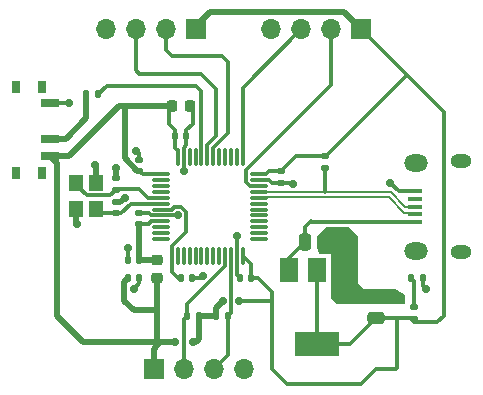
<source format=gbr>
%TF.GenerationSoftware,KiCad,Pcbnew,6.0.5-a6ca702e91~116~ubuntu20.04.1*%
%TF.CreationDate,2023-02-10T18:46:25+05:30*%
%TF.ProjectId,STM32_kicad,53544d33-325f-46b6-9963-61642e6b6963,rev?*%
%TF.SameCoordinates,Original*%
%TF.FileFunction,Copper,L1,Top*%
%TF.FilePolarity,Positive*%
%FSLAX46Y46*%
G04 Gerber Fmt 4.6, Leading zero omitted, Abs format (unit mm)*
G04 Created by KiCad (PCBNEW 6.0.5-a6ca702e91~116~ubuntu20.04.1) date 2023-02-10 18:46:25*
%MOMM*%
%LPD*%
G01*
G04 APERTURE LIST*
G04 Aperture macros list*
%AMRoundRect*
0 Rectangle with rounded corners*
0 $1 Rounding radius*
0 $2 $3 $4 $5 $6 $7 $8 $9 X,Y pos of 4 corners*
0 Add a 4 corners polygon primitive as box body*
4,1,4,$2,$3,$4,$5,$6,$7,$8,$9,$2,$3,0*
0 Add four circle primitives for the rounded corners*
1,1,$1+$1,$2,$3*
1,1,$1+$1,$4,$5*
1,1,$1+$1,$6,$7*
1,1,$1+$1,$8,$9*
0 Add four rect primitives between the rounded corners*
20,1,$1+$1,$2,$3,$4,$5,0*
20,1,$1+$1,$4,$5,$6,$7,0*
20,1,$1+$1,$6,$7,$8,$9,0*
20,1,$1+$1,$8,$9,$2,$3,0*%
G04 Aperture macros list end*
%TA.AperFunction,SMDPad,CuDef*%
%ADD10RoundRect,0.147500X-0.172500X0.147500X-0.172500X-0.147500X0.172500X-0.147500X0.172500X0.147500X0*%
%TD*%
%TA.AperFunction,SMDPad,CuDef*%
%ADD11R,1.500000X0.700000*%
%TD*%
%TA.AperFunction,SMDPad,CuDef*%
%ADD12R,0.800000X1.000000*%
%TD*%
%TA.AperFunction,SMDPad,CuDef*%
%ADD13R,1.200000X1.400000*%
%TD*%
%TA.AperFunction,SMDPad,CuDef*%
%ADD14RoundRect,0.140000X0.170000X-0.140000X0.170000X0.140000X-0.170000X0.140000X-0.170000X-0.140000X0*%
%TD*%
%TA.AperFunction,ComponentPad*%
%ADD15R,1.700000X1.700000*%
%TD*%
%TA.AperFunction,ComponentPad*%
%ADD16O,1.700000X1.700000*%
%TD*%
%TA.AperFunction,SMDPad,CuDef*%
%ADD17RoundRect,0.135000X-0.135000X-0.185000X0.135000X-0.185000X0.135000X0.185000X-0.135000X0.185000X0*%
%TD*%
%TA.AperFunction,SMDPad,CuDef*%
%ADD18RoundRect,0.135000X-0.185000X0.135000X-0.185000X-0.135000X0.185000X-0.135000X0.185000X0.135000X0*%
%TD*%
%TA.AperFunction,SMDPad,CuDef*%
%ADD19RoundRect,0.250000X-0.250000X-0.475000X0.250000X-0.475000X0.250000X0.475000X-0.250000X0.475000X0*%
%TD*%
%TA.AperFunction,SMDPad,CuDef*%
%ADD20RoundRect,0.140000X0.140000X0.170000X-0.140000X0.170000X-0.140000X-0.170000X0.140000X-0.170000X0*%
%TD*%
%TA.AperFunction,SMDPad,CuDef*%
%ADD21RoundRect,0.250000X0.475000X-0.250000X0.475000X0.250000X-0.475000X0.250000X-0.475000X-0.250000X0*%
%TD*%
%TA.AperFunction,SMDPad,CuDef*%
%ADD22RoundRect,0.140000X-0.170000X0.140000X-0.170000X-0.140000X0.170000X-0.140000X0.170000X0.140000X0*%
%TD*%
%TA.AperFunction,SMDPad,CuDef*%
%ADD23R,1.500000X2.000000*%
%TD*%
%TA.AperFunction,SMDPad,CuDef*%
%ADD24R,3.800000X2.000000*%
%TD*%
%TA.AperFunction,SMDPad,CuDef*%
%ADD25RoundRect,0.218750X-0.256250X0.218750X-0.256250X-0.218750X0.256250X-0.218750X0.256250X0.218750X0*%
%TD*%
%TA.AperFunction,SMDPad,CuDef*%
%ADD26RoundRect,0.140000X-0.140000X-0.170000X0.140000X-0.170000X0.140000X0.170000X-0.140000X0.170000X0*%
%TD*%
%TA.AperFunction,SMDPad,CuDef*%
%ADD27RoundRect,0.225000X-0.225000X-0.250000X0.225000X-0.250000X0.225000X0.250000X-0.225000X0.250000X0*%
%TD*%
%TA.AperFunction,SMDPad,CuDef*%
%ADD28RoundRect,0.135000X0.135000X0.185000X-0.135000X0.185000X-0.135000X-0.185000X0.135000X-0.185000X0*%
%TD*%
%TA.AperFunction,SMDPad,CuDef*%
%ADD29RoundRect,0.075000X-0.662500X-0.075000X0.662500X-0.075000X0.662500X0.075000X-0.662500X0.075000X0*%
%TD*%
%TA.AperFunction,SMDPad,CuDef*%
%ADD30RoundRect,0.075000X-0.075000X-0.662500X0.075000X-0.662500X0.075000X0.662500X-0.075000X0.662500X0*%
%TD*%
%TA.AperFunction,ComponentPad*%
%ADD31O,2.000000X1.450000*%
%TD*%
%TA.AperFunction,ComponentPad*%
%ADD32O,1.800000X1.150000*%
%TD*%
%TA.AperFunction,SMDPad,CuDef*%
%ADD33R,1.300000X0.450000*%
%TD*%
%TA.AperFunction,ViaPad*%
%ADD34C,0.700000*%
%TD*%
%TA.AperFunction,Conductor*%
%ADD35C,0.300000*%
%TD*%
%TA.AperFunction,Conductor*%
%ADD36C,0.200000*%
%TD*%
%TA.AperFunction,Conductor*%
%ADD37C,0.500000*%
%TD*%
G04 APERTURE END LIST*
D10*
%TO.P,D1,1,K*%
%TO.N,Net-(D1-Pad1)*%
X186250000Y-124015000D03*
%TO.P,D1,2,A*%
%TO.N,+3V3*%
X186250000Y-124985000D03*
%TD*%
D11*
%TO.P,SW1,3,C*%
%TO.N,+3V3*%
X155430000Y-111250000D03*
%TO.P,SW1,2,B*%
%TO.N,/SW_BOOT0*%
X155430000Y-109750000D03*
%TO.P,SW1,1,A*%
%TO.N,GND*%
X155430000Y-106750000D03*
D12*
%TO.P,SW1,*%
%TO.N,*%
X154780000Y-112650000D03*
X152570000Y-105350000D03*
X152570000Y-112650000D03*
X154780000Y-105350000D03*
%TD*%
D13*
%TO.P,Y1,1,1*%
%TO.N,/HSE_IN*%
X157650000Y-113500000D03*
%TO.P,Y1,2,2*%
%TO.N,GND*%
X157650000Y-115700000D03*
%TO.P,Y1,3,3*%
%TO.N,/HSE_OUT*%
X159350000Y-115700000D03*
%TO.P,Y1,4,4*%
%TO.N,GND*%
X159350000Y-113500000D03*
%TD*%
D14*
%TO.P,C8,1*%
%TO.N,/HSE_OUT*%
X161000000Y-116080000D03*
%TO.P,C8,2*%
%TO.N,GND*%
X161000000Y-115120000D03*
%TD*%
D15*
%TO.P,J3,1,Pin_1*%
%TO.N,+3V3*%
X181800000Y-100500000D03*
D16*
%TO.P,J3,2,Pin_2*%
%TO.N,/SWDIO*%
X179260000Y-100500000D03*
%TO.P,J3,3,Pin_3*%
%TO.N,/SWCLK*%
X176720000Y-100500000D03*
%TO.P,J3,4,Pin_4*%
%TO.N,GND*%
X174180000Y-100500000D03*
%TD*%
D14*
%TO.P,C6,1*%
%TO.N,+3V3*%
X163000000Y-112480000D03*
%TO.P,C6,2*%
%TO.N,GND*%
X163000000Y-111520000D03*
%TD*%
D17*
%TO.P,R4,1*%
%TO.N,/SW_BOOT0*%
X158490000Y-106000000D03*
%TO.P,R4,2*%
%TO.N,/BOOT0*%
X159510000Y-106000000D03*
%TD*%
D14*
%TO.P,C4,1*%
%TO.N,/HSE_IN*%
X161000000Y-114060000D03*
%TO.P,C4,2*%
%TO.N,GND*%
X161000000Y-113100000D03*
%TD*%
D18*
%TO.P,R5,2*%
%TO.N,/USB_D+*%
X178750000Y-112250000D03*
%TO.P,R5,1*%
%TO.N,+3V3*%
X178750000Y-111230000D03*
%TD*%
D19*
%TO.P,C1,2*%
%TO.N,GND*%
X178950000Y-118500000D03*
%TO.P,C1,1*%
%TO.N,VBUS*%
X177050000Y-118500000D03*
%TD*%
D20*
%TO.P,C9,2*%
%TO.N,GND*%
X171520000Y-121500000D03*
%TO.P,C9,1*%
%TO.N,+3V3*%
X172480000Y-121500000D03*
%TD*%
D21*
%TO.P,C2,2*%
%TO.N,GND*%
X183000000Y-123050000D03*
%TO.P,C2,1*%
%TO.N,+3V3*%
X183000000Y-124950000D03*
%TD*%
D22*
%TO.P,C7,2*%
%TO.N,GND*%
X175000000Y-113480000D03*
%TO.P,C7,1*%
%TO.N,+3V3*%
X175000000Y-112520000D03*
%TD*%
D23*
%TO.P,U1,3,VI*%
%TO.N,VBUS*%
X175700000Y-120850000D03*
D24*
%TO.P,U1,2,VO*%
%TO.N,+3V3*%
X178000000Y-127150000D03*
D23*
X178000000Y-120850000D03*
%TO.P,U1,1,GND*%
%TO.N,GND*%
X180300000Y-120850000D03*
%TD*%
D17*
%TO.P,R1,1*%
%TO.N,Net-(D1-Pad1)*%
X185990000Y-121500000D03*
%TO.P,R1,2*%
%TO.N,GND*%
X187010000Y-121500000D03*
%TD*%
D20*
%TO.P,C12,1*%
%TO.N,+3.3VA*%
X162960000Y-120000000D03*
%TO.P,C12,2*%
%TO.N,GND*%
X162000000Y-120000000D03*
%TD*%
D25*
%TO.P,FB1,1*%
%TO.N,+3.3VA*%
X164500000Y-120000000D03*
%TO.P,FB1,2*%
%TO.N,+3V3*%
X164500000Y-121575000D03*
%TD*%
D26*
%TO.P,C13,1*%
%TO.N,+3V3*%
X162040000Y-121500000D03*
%TO.P,C13,2*%
%TO.N,GND*%
X163000000Y-121500000D03*
%TD*%
D15*
%TO.P,J1,1,Pin_1*%
%TO.N,+3V3*%
X164200000Y-129250000D03*
D16*
%TO.P,J1,2,Pin_2*%
%TO.N,/I2C2_SCL*%
X166740000Y-129250000D03*
%TO.P,J1,3,Pin_3*%
%TO.N,/I2C2_SDA*%
X169280000Y-129250000D03*
%TO.P,J1,4,Pin_4*%
%TO.N,GND*%
X171820000Y-129250000D03*
%TD*%
D26*
%TO.P,C10,2*%
%TO.N,GND*%
X166980000Y-109500000D03*
%TO.P,C10,1*%
%TO.N,+3V3*%
X166020000Y-109500000D03*
%TD*%
D14*
%TO.P,C11,1*%
%TO.N,+3.3VA*%
X163000000Y-116980000D03*
%TO.P,C11,2*%
%TO.N,GND*%
X163000000Y-116020000D03*
%TD*%
D27*
%TO.P,C3,1*%
%TO.N,+3V3*%
X165725000Y-107000000D03*
%TO.P,C3,2*%
%TO.N,GND*%
X167275000Y-107000000D03*
%TD*%
D16*
%TO.P,J2,4,Pin_4*%
%TO.N,GND*%
X160180000Y-100500000D03*
%TO.P,J2,3,Pin_3*%
%TO.N,/UART1_RX*%
X162720000Y-100500000D03*
%TO.P,J2,2,Pin_2*%
%TO.N,/UART1_TX*%
X165260000Y-100500000D03*
D15*
%TO.P,J2,1,Pin_1*%
%TO.N,+3V3*%
X167800000Y-100500000D03*
%TD*%
D28*
%TO.P,R2,1*%
%TO.N,+3V3*%
X168010000Y-124750000D03*
%TO.P,R2,2*%
%TO.N,/I2C2_SCL*%
X166990000Y-124750000D03*
%TD*%
D29*
%TO.P,U2,1,VBAT*%
%TO.N,+3V3*%
X164837500Y-112750000D03*
%TO.P,U2,2,PC13*%
%TO.N,unconnected-(U2-Pad2)*%
X164837500Y-113250000D03*
%TO.P,U2,3,PC14*%
%TO.N,unconnected-(U2-Pad3)*%
X164837500Y-113750000D03*
%TO.P,U2,4,PC15*%
%TO.N,unconnected-(U2-Pad4)*%
X164837500Y-114250000D03*
%TO.P,U2,5,PD0*%
%TO.N,/HSE_IN*%
X164837500Y-114750000D03*
%TO.P,U2,6,PD1*%
%TO.N,/HSE_OUT*%
X164837500Y-115250000D03*
%TO.P,U2,7,NRST*%
%TO.N,/NRST*%
X164837500Y-115750000D03*
%TO.P,U2,8,VSSA*%
%TO.N,GND*%
X164837500Y-116250000D03*
%TO.P,U2,9,VDDA*%
%TO.N,+3.3VA*%
X164837500Y-116750000D03*
%TO.P,U2,10,PA0*%
%TO.N,unconnected-(U2-Pad10)*%
X164837500Y-117250000D03*
%TO.P,U2,11,PA1*%
%TO.N,unconnected-(U2-Pad11)*%
X164837500Y-117750000D03*
%TO.P,U2,12,PA2*%
%TO.N,unconnected-(U2-Pad12)*%
X164837500Y-118250000D03*
D30*
%TO.P,U2,13,PA3*%
%TO.N,unconnected-(U2-Pad13)*%
X166250000Y-119662500D03*
%TO.P,U2,14,PA4*%
%TO.N,unconnected-(U2-Pad14)*%
X166750000Y-119662500D03*
%TO.P,U2,15,PA5*%
%TO.N,unconnected-(U2-Pad15)*%
X167250000Y-119662500D03*
%TO.P,U2,16,PA6*%
%TO.N,unconnected-(U2-Pad16)*%
X167750000Y-119662500D03*
%TO.P,U2,17,PA7*%
%TO.N,unconnected-(U2-Pad17)*%
X168250000Y-119662500D03*
%TO.P,U2,18,PB0*%
%TO.N,unconnected-(U2-Pad18)*%
X168750000Y-119662500D03*
%TO.P,U2,19,PB1*%
%TO.N,unconnected-(U2-Pad19)*%
X169250000Y-119662500D03*
%TO.P,U2,20,PB2*%
%TO.N,unconnected-(U2-Pad20)*%
X169750000Y-119662500D03*
%TO.P,U2,21,PB10*%
%TO.N,/I2C2_SCL*%
X170250000Y-119662500D03*
%TO.P,U2,22,PB11*%
%TO.N,/I2C2_SDA*%
X170750000Y-119662500D03*
%TO.P,U2,23,VSS*%
%TO.N,GND*%
X171250000Y-119662500D03*
%TO.P,U2,24,VDD*%
%TO.N,+3V3*%
X171750000Y-119662500D03*
D29*
%TO.P,U2,25,PB12*%
%TO.N,unconnected-(U2-Pad25)*%
X173162500Y-118250000D03*
%TO.P,U2,26,PB13*%
%TO.N,unconnected-(U2-Pad26)*%
X173162500Y-117750000D03*
%TO.P,U2,27,PB14*%
%TO.N,unconnected-(U2-Pad27)*%
X173162500Y-117250000D03*
%TO.P,U2,28,PB15*%
%TO.N,unconnected-(U2-Pad28)*%
X173162500Y-116750000D03*
%TO.P,U2,29,PA8*%
%TO.N,unconnected-(U2-Pad29)*%
X173162500Y-116250000D03*
%TO.P,U2,30,PA9*%
%TO.N,unconnected-(U2-Pad30)*%
X173162500Y-115750000D03*
%TO.P,U2,31,PA10*%
%TO.N,unconnected-(U2-Pad31)*%
X173162500Y-115250000D03*
%TO.P,U2,32,PA11*%
%TO.N,/USB_D-*%
X173162500Y-114750000D03*
%TO.P,U2,33,PA12*%
%TO.N,/USB_D+*%
X173162500Y-114250000D03*
%TO.P,U2,34,PA13*%
%TO.N,/SWDIO*%
X173162500Y-113750000D03*
%TO.P,U2,35,VSS*%
%TO.N,GND*%
X173162500Y-113250000D03*
%TO.P,U2,36,VDD*%
%TO.N,+3V3*%
X173162500Y-112750000D03*
D30*
%TO.P,U2,37,PA14*%
%TO.N,/SWCLK*%
X171750000Y-111337500D03*
%TO.P,U2,38,PA15*%
%TO.N,unconnected-(U2-Pad38)*%
X171250000Y-111337500D03*
%TO.P,U2,39,PB3*%
%TO.N,unconnected-(U2-Pad39)*%
X170750000Y-111337500D03*
%TO.P,U2,40,PB4*%
%TO.N,unconnected-(U2-Pad40)*%
X170250000Y-111337500D03*
%TO.P,U2,41,PB5*%
%TO.N,unconnected-(U2-Pad41)*%
X169750000Y-111337500D03*
%TO.P,U2,42,PB6*%
%TO.N,/UART1_TX*%
X169250000Y-111337500D03*
%TO.P,U2,43,PB7*%
%TO.N,/UART1_RX*%
X168750000Y-111337500D03*
%TO.P,U2,44,BOOT0*%
%TO.N,/BOOT0*%
X168250000Y-111337500D03*
%TO.P,U2,45,PB8*%
%TO.N,unconnected-(U2-Pad45)*%
X167750000Y-111337500D03*
%TO.P,U2,46,PB9*%
%TO.N,unconnected-(U2-Pad46)*%
X167250000Y-111337500D03*
%TO.P,U2,47,VSS*%
%TO.N,GND*%
X166750000Y-111337500D03*
%TO.P,U2,48,VDD*%
%TO.N,+3V3*%
X166250000Y-111337500D03*
%TD*%
D17*
%TO.P,R3,2*%
%TO.N,/I2C2_SDA*%
X170510000Y-124750000D03*
%TO.P,R3,1*%
%TO.N,+3V3*%
X169490000Y-124750000D03*
%TD*%
D26*
%TO.P,C5,2*%
%TO.N,GND*%
X167480000Y-121500000D03*
%TO.P,C5,1*%
%TO.N,/NRST*%
X166520000Y-121500000D03*
%TD*%
D31*
%TO.P,J4,6,Shield*%
%TO.N,unconnected-(J4-Pad6)*%
X186395000Y-119230000D03*
D32*
X190195000Y-119380000D03*
X190195000Y-111630000D03*
D31*
X186395000Y-111780000D03*
D33*
%TO.P,J4,5,GND*%
%TO.N,GND*%
X186345000Y-114205000D03*
%TO.P,J4,4,ID*%
%TO.N,unconnected-(J4-Pad4)*%
X186345000Y-114855000D03*
%TO.P,J4,3,D+*%
%TO.N,/USB_D+*%
X186345000Y-115505000D03*
%TO.P,J4,2,D-*%
%TO.N,/USB_D-*%
X186345000Y-116155000D03*
%TO.P,J4,1,VBUS*%
%TO.N,VBUS*%
X186345000Y-116805000D03*
%TD*%
D34*
%TO.N,GND*%
X161750000Y-114750000D03*
X157750000Y-117000000D03*
X159250000Y-112000000D03*
%TO.N,+3V3*%
X166040500Y-127000000D03*
X167500000Y-127000000D03*
X171449500Y-123500000D03*
X170050500Y-123500000D03*
%TO.N,GND*%
X184750000Y-123000000D03*
X180750000Y-122500000D03*
X179750000Y-122500000D03*
X180250000Y-119000000D03*
X180250000Y-118000000D03*
X166750000Y-112500000D03*
X162750000Y-110750000D03*
X157000000Y-106750000D03*
X176000000Y-113625499D03*
X184250000Y-113500000D03*
X187250000Y-122500000D03*
X168380559Y-121380559D03*
X162000000Y-119000000D03*
X162500000Y-122500000D03*
X166250000Y-116250000D03*
X171250000Y-118000000D03*
X161000000Y-112250000D03*
%TD*%
D35*
%TO.N,+3V3*%
X186250000Y-125287500D02*
X188212500Y-125287500D01*
X188212500Y-125287500D02*
X188750000Y-124750000D01*
X188750000Y-124750000D02*
X188750000Y-107450000D01*
X188750000Y-107450000D02*
X185650000Y-104350000D01*
X184800000Y-124950000D02*
X185912500Y-124950000D01*
X185912500Y-124950000D02*
X186250000Y-125287500D01*
D36*
%TO.N,/USB_D+*%
X173187499Y-114274999D02*
X178725001Y-114274999D01*
X178725001Y-114274999D02*
X184290977Y-114274999D01*
D35*
X178750000Y-112250000D02*
X178750000Y-114250000D01*
X178750000Y-114250000D02*
X178725001Y-114274999D01*
%TO.N,+3V3*%
X178750000Y-111240000D02*
X178760000Y-111240000D01*
X185650000Y-104350000D02*
X181800000Y-100500000D01*
X178760000Y-111240000D02*
X185650000Y-104350000D01*
X175000000Y-112520000D02*
X175000000Y-112500000D01*
X175000000Y-112500000D02*
X176260000Y-111240000D01*
X176260000Y-111240000D02*
X178750000Y-111240000D01*
%TO.N,Net-(D1-Pad1)*%
X186250000Y-123712500D02*
X186250000Y-121760000D01*
X186250000Y-121760000D02*
X185990000Y-121500000D01*
D37*
%TO.N,/SW_BOOT0*%
X156750000Y-109750000D02*
X158500000Y-108000000D01*
X155430000Y-109750000D02*
X156750000Y-109750000D01*
X158500000Y-108000000D02*
X158500000Y-106010000D01*
X158500000Y-106010000D02*
X158490000Y-106000000D01*
%TO.N,GND*%
X161380000Y-115120000D02*
X161750000Y-114750000D01*
X161000000Y-115120000D02*
X161380000Y-115120000D01*
%TO.N,+3V3*%
X164500000Y-121575000D02*
X164500000Y-124250000D01*
X164500000Y-124250000D02*
X164500000Y-126750000D01*
X162040000Y-121500000D02*
X161700489Y-121839511D01*
X161700489Y-121839511D02*
X161700489Y-123450489D01*
X161700489Y-123450489D02*
X162500000Y-124250000D01*
X162500000Y-124250000D02*
X164500000Y-124250000D01*
%TO.N,+3.3VA*%
X162960000Y-120000000D02*
X162960000Y-117020000D01*
X162960000Y-117020000D02*
X163000000Y-116980000D01*
X162960000Y-120000000D02*
X164500000Y-120000000D01*
%TO.N,GND*%
X157650000Y-116900000D02*
X157750000Y-117000000D01*
X157650000Y-115700000D02*
X157650000Y-116900000D01*
X159350000Y-112100000D02*
X159250000Y-112000000D01*
X159350000Y-113500000D02*
X159350000Y-112100000D01*
%TO.N,+3V3*%
X161750000Y-107000000D02*
X165725000Y-107000000D01*
X161250000Y-107000000D02*
X161750000Y-107000000D01*
X161750000Y-107000000D02*
X161750000Y-111413707D01*
X161750000Y-111413707D02*
X162816293Y-112480000D01*
X162816293Y-112480000D02*
X163000000Y-112480000D01*
X157000000Y-111250000D02*
X161250000Y-107000000D01*
X155430000Y-111250000D02*
X157000000Y-111250000D01*
X158250000Y-127000000D02*
X156000000Y-124750000D01*
X164750000Y-127000000D02*
X158250000Y-127000000D01*
X156000000Y-124750000D02*
X156000000Y-111820000D01*
X156000000Y-111820000D02*
X155430000Y-111250000D01*
X164500000Y-126750000D02*
X164750000Y-127000000D01*
X167800000Y-100200000D02*
X169000000Y-99000000D01*
X167800000Y-100500000D02*
X167800000Y-100200000D01*
X169000000Y-99000000D02*
X180300000Y-99000000D01*
X180300000Y-99000000D02*
X181800000Y-100500000D01*
D35*
X184800000Y-126700000D02*
X184800000Y-124950000D01*
X184800000Y-129200000D02*
X184800000Y-126700000D01*
X175000000Y-112520000D02*
X175020000Y-112500000D01*
D37*
X166040500Y-127000000D02*
X164750000Y-127000000D01*
X164750000Y-127000000D02*
X164200000Y-127550000D01*
X164200000Y-127550000D02*
X164200000Y-129250000D01*
X168010000Y-126740000D02*
X167750000Y-127000000D01*
X168010000Y-124750000D02*
X168010000Y-126740000D01*
X167750000Y-127000000D02*
X167500000Y-127000000D01*
X169490000Y-124750000D02*
X169490000Y-124060500D01*
X169490000Y-124060500D02*
X170050500Y-123500000D01*
X168010000Y-124750000D02*
X169490000Y-124750000D01*
D35*
X174250000Y-123500000D02*
X174250000Y-129250000D01*
X174250000Y-122750000D02*
X174250000Y-123500000D01*
X174250000Y-123500000D02*
X171449500Y-123500000D01*
X183000000Y-124950000D02*
X184800000Y-124950000D01*
X172480000Y-121500000D02*
X173000000Y-121500000D01*
X173000000Y-121500000D02*
X174250000Y-122750000D01*
X175500000Y-130500000D02*
X181750000Y-130500000D01*
X183000000Y-129250000D02*
X184750000Y-129250000D01*
X174250000Y-129250000D02*
X175500000Y-130500000D01*
X181750000Y-130500000D02*
X183000000Y-129250000D01*
X184750000Y-129250000D02*
X184800000Y-129200000D01*
%TO.N,VBUS*%
X177050000Y-117200000D02*
X177500000Y-116750000D01*
X177050000Y-118500000D02*
X177050000Y-117200000D01*
X177500000Y-116750000D02*
X177555000Y-116805000D01*
X177555000Y-116805000D02*
X186345000Y-116805000D01*
X175700000Y-120850000D02*
X175700000Y-119850000D01*
X175700000Y-119850000D02*
X177050000Y-118500000D01*
%TO.N,+3V3*%
X178000000Y-127150000D02*
X180800000Y-127150000D01*
X180800000Y-127150000D02*
X183000000Y-124950000D01*
X178000000Y-120850000D02*
X178000000Y-127150000D01*
%TO.N,GND*%
X166750000Y-111337500D02*
X166750000Y-112500000D01*
X163000000Y-111000000D02*
X162750000Y-110750000D01*
X163000000Y-111520000D02*
X163000000Y-111000000D01*
X155430000Y-106750000D02*
X157000000Y-106750000D01*
X175854501Y-113480000D02*
X176000000Y-113625499D01*
X175000000Y-113480000D02*
X175854501Y-113480000D01*
X184955000Y-114205000D02*
X184250000Y-113500000D01*
X186345000Y-114205000D02*
X184955000Y-114205000D01*
X187010000Y-122260000D02*
X187250000Y-122500000D01*
X187010000Y-121500000D02*
X187010000Y-122260000D01*
X168261118Y-121500000D02*
X168380559Y-121380559D01*
X167480000Y-121500000D02*
X168261118Y-121500000D01*
X162000000Y-120000000D02*
X162000000Y-119000000D01*
X163000000Y-122000000D02*
X162500000Y-122500000D01*
X163000000Y-121500000D02*
X163000000Y-122000000D01*
%TO.N,/NRST*%
X165750000Y-118824639D02*
X165750000Y-121000000D01*
X166550489Y-115550489D02*
X166949511Y-115949511D01*
X165750000Y-121000000D02*
X166250000Y-121500000D01*
X166949511Y-117625128D02*
X165750000Y-118824639D01*
X165960252Y-115550489D02*
X166550489Y-115550489D01*
X165760741Y-115750000D02*
X165960252Y-115550489D01*
X166949511Y-115949511D02*
X166949511Y-117625128D01*
X164837500Y-115750000D02*
X165760741Y-115750000D01*
X166250000Y-121500000D02*
X166520000Y-121500000D01*
%TO.N,GND*%
X164837500Y-116250000D02*
X166250000Y-116250000D01*
X171250000Y-119662500D02*
X171250000Y-118000000D01*
D37*
X161000000Y-113100000D02*
X161000000Y-112250000D01*
D35*
%TO.N,/I2C2_SDA*%
X170510000Y-124750000D02*
X170510000Y-128020000D01*
X170510000Y-128020000D02*
X169280000Y-129250000D01*
%TO.N,/I2C2_SCL*%
X166990000Y-124750000D02*
X166740000Y-125000000D01*
X166740000Y-125000000D02*
X166740000Y-129250000D01*
X170250000Y-119662500D02*
X170250000Y-120500361D01*
X170250000Y-120500361D02*
X166990000Y-123760361D01*
X166990000Y-123760361D02*
X166990000Y-124750000D01*
%TO.N,/I2C2_SDA*%
X170750000Y-119662500D02*
X170750000Y-124510000D01*
X170750000Y-124510000D02*
X170510000Y-124750000D01*
%TO.N,+3V3*%
X171750000Y-119662500D02*
X172480000Y-120392500D01*
X172480000Y-120392500D02*
X172480000Y-121500000D01*
%TO.N,GND*%
X171250000Y-119662500D02*
X171250000Y-121269519D01*
X171250000Y-121269519D02*
X171480481Y-121500000D01*
%TO.N,/UART1_TX*%
X169250000Y-111337500D02*
X169250000Y-110499639D01*
X170000000Y-109749639D02*
X170000361Y-109749639D01*
X169250000Y-110499639D02*
X170000000Y-109749639D01*
X170000361Y-109749639D02*
X170500000Y-109250000D01*
X170500000Y-109250000D02*
X170500000Y-103250000D01*
X165260000Y-102260000D02*
X165260000Y-100500000D01*
X170500000Y-103250000D02*
X170000000Y-102750000D01*
X170000000Y-102750000D02*
X165750000Y-102750000D01*
X165750000Y-102750000D02*
X165260000Y-102260000D01*
%TO.N,/UART1_RX*%
X168250000Y-104250000D02*
X163000000Y-104250000D01*
X169500000Y-109500000D02*
X169500000Y-105500000D01*
X169500000Y-105500000D02*
X168250000Y-104250000D01*
X162720000Y-103970000D02*
X162720000Y-100500000D01*
X163000000Y-104250000D02*
X162720000Y-103970000D01*
%TO.N,/BOOT0*%
X168250000Y-111337500D02*
X168250000Y-105750000D01*
X168250000Y-105750000D02*
X167750000Y-105250000D01*
X167750000Y-105250000D02*
X160260000Y-105250000D01*
X160260000Y-105250000D02*
X159510000Y-106000000D01*
%TO.N,/UART1_RX*%
X168750000Y-110250000D02*
X169500000Y-109500000D01*
X168750000Y-111337500D02*
X168750000Y-110250000D01*
%TO.N,/SWDIO*%
X173162500Y-113750000D02*
X172324639Y-113750000D01*
X172324639Y-113750000D02*
X172000000Y-113425361D01*
X172000000Y-113425361D02*
X172000000Y-112425361D01*
X172000000Y-112425361D02*
X179260000Y-105165361D01*
X179260000Y-105165361D02*
X179260000Y-100500000D01*
%TO.N,/SWCLK*%
X171750000Y-111337500D02*
X171750000Y-105470000D01*
X171750000Y-105470000D02*
X176720000Y-100500000D01*
D36*
%TO.N,/USB_D+*%
X173162500Y-114250000D02*
X173187499Y-114274999D01*
X184290977Y-114274999D02*
X185520978Y-115505000D01*
%TO.N,/USB_D-*%
X186219511Y-116029511D02*
X186345000Y-116155000D01*
%TO.N,/USB_D+*%
X185520978Y-115505000D02*
X186345000Y-115505000D01*
%TO.N,/USB_D-*%
X173162500Y-114750000D02*
X173187499Y-114725001D01*
X173187499Y-114725001D02*
X184104596Y-114725001D01*
X184104596Y-114725001D02*
X185409106Y-116029511D01*
X185409106Y-116029511D02*
X186219511Y-116029511D01*
D35*
%TO.N,/HSE_IN*%
X161000000Y-114060000D02*
X160510489Y-114549511D01*
X160510489Y-114549511D02*
X158549511Y-114549511D01*
X158549511Y-114549511D02*
X157650000Y-113650000D01*
X157650000Y-113650000D02*
X157650000Y-113500000D01*
%TO.N,/HSE_OUT*%
X161000000Y-116080000D02*
X159730000Y-116080000D01*
X159730000Y-116080000D02*
X159350000Y-115700000D01*
%TO.N,/HSE_IN*%
X163750000Y-114750000D02*
X163000000Y-114000000D01*
X164837500Y-114750000D02*
X163750000Y-114750000D01*
X163000000Y-114000000D02*
X161060000Y-114000000D01*
X161060000Y-114000000D02*
X161000000Y-114060000D01*
%TO.N,/HSE_OUT*%
X164837500Y-115250000D02*
X162250000Y-115250000D01*
X162250000Y-115250000D02*
X161420000Y-116080000D01*
X161420000Y-116080000D02*
X161000000Y-116080000D01*
%TO.N,GND*%
X173162500Y-113250000D02*
X174000361Y-113250000D01*
X174000361Y-113250000D02*
X174230361Y-113480000D01*
X174230361Y-113480000D02*
X175000000Y-113480000D01*
%TO.N,+3V3*%
X173750000Y-112750000D02*
X174000000Y-112500000D01*
X173162500Y-112750000D02*
X173750000Y-112750000D01*
X174000000Y-112500000D02*
X174980000Y-112500000D01*
X174980000Y-112500000D02*
X175000000Y-112520000D01*
%TO.N,GND*%
X164837500Y-116250000D02*
X163999639Y-116250000D01*
X163769639Y-116020000D02*
X163000000Y-116020000D01*
X163999639Y-116250000D02*
X163769639Y-116020000D01*
%TO.N,+3.3VA*%
X164837500Y-116750000D02*
X163999639Y-116750000D01*
X163999639Y-116750000D02*
X163769639Y-116980000D01*
X163769639Y-116980000D02*
X163000000Y-116980000D01*
%TO.N,+3V3*%
X164837500Y-112750000D02*
X163270000Y-112750000D01*
X163270000Y-112750000D02*
X163000000Y-112480000D01*
%TO.N,GND*%
X166980000Y-109500000D02*
X166980000Y-109020000D01*
X166980000Y-109020000D02*
X167500000Y-108500000D01*
X167500000Y-108500000D02*
X167500000Y-107225000D01*
X167500000Y-107225000D02*
X167275000Y-107000000D01*
%TO.N,+3V3*%
X166020000Y-109500000D02*
X166020000Y-109020000D01*
X166020000Y-109020000D02*
X165500000Y-108500000D01*
X165500000Y-108500000D02*
X165500000Y-107225000D01*
X165500000Y-107225000D02*
X165725000Y-107000000D01*
%TO.N,GND*%
X166750000Y-111337500D02*
X166750000Y-110499639D01*
X166750000Y-110499639D02*
X166980000Y-110269639D01*
X166980000Y-110269639D02*
X166980000Y-109500000D01*
%TO.N,+3V3*%
X166250000Y-110750000D02*
X166000000Y-110500000D01*
X166250000Y-111337500D02*
X166250000Y-110750000D01*
X166000000Y-110500000D02*
X166000000Y-109520000D01*
X166000000Y-109520000D02*
X166020000Y-109500000D01*
%TD*%
%TA.AperFunction,Conductor*%
%TO.N,GND*%
G36*
X180771177Y-117275185D02*
G01*
X180791819Y-117291819D01*
X181463681Y-117963681D01*
X181497166Y-118025004D01*
X181500000Y-118051362D01*
X181500000Y-122000000D01*
X182000000Y-122500000D01*
X184712456Y-122500000D01*
X184781239Y-122520826D01*
X185444783Y-122963189D01*
X185489644Y-123016754D01*
X185500000Y-123066363D01*
X185500000Y-123626000D01*
X185480315Y-123693039D01*
X185427511Y-123738794D01*
X185376000Y-123750000D01*
X179801362Y-123750000D01*
X179734323Y-123730315D01*
X179713681Y-123713681D01*
X179286319Y-123286319D01*
X179252834Y-123224996D01*
X179250000Y-123198638D01*
X179250000Y-119500000D01*
X178326636Y-119500000D01*
X178259597Y-119480315D01*
X178215727Y-119431454D01*
X178013091Y-119026182D01*
X178000000Y-118970728D01*
X178000000Y-118051362D01*
X178019685Y-117984323D01*
X178036319Y-117963681D01*
X178708181Y-117291819D01*
X178769504Y-117258334D01*
X178795862Y-117255500D01*
X180704138Y-117255500D01*
X180771177Y-117275185D01*
G37*
%TD.AperFunction*%
%TD*%
M02*

</source>
